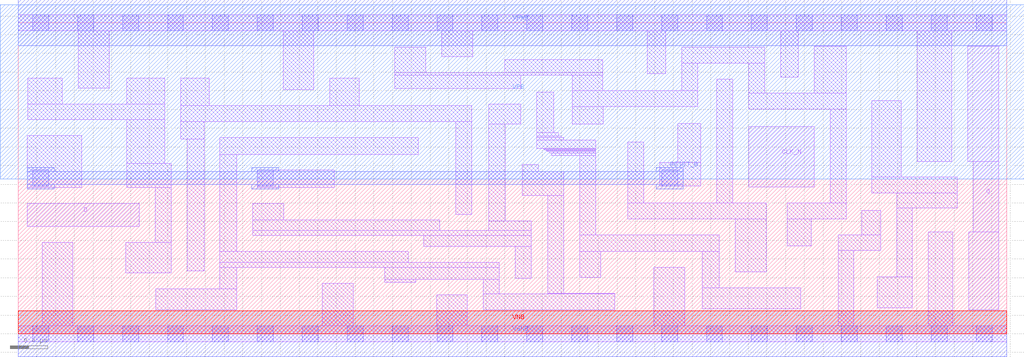
<source format=lef>
# Copyright 2020 The SkyWater PDK Authors
#
# Licensed under the Apache License, Version 2.0 (the "License");
# you may not use this file except in compliance with the License.
# You may obtain a copy of the License at
#
#     https://www.apache.org/licenses/LICENSE-2.0
#
# Unless required by applicable law or agreed to in writing, software
# distributed under the License is distributed on an "AS IS" BASIS,
# WITHOUT WARRANTIES OR CONDITIONS OF ANY KIND, either express or implied.
# See the License for the specific language governing permissions and
# limitations under the License.
#
# SPDX-License-Identifier: Apache-2.0

VERSION 5.7 ;
  NOWIREEXTENSIONATPIN ON ;
  DIVIDERCHAR "/" ;
  BUSBITCHARS "[]" ;
MACRO sky130_fd_sc_lp__dfrtn_1
  CLASS CORE ;
  FOREIGN sky130_fd_sc_lp__dfrtn_1 ;
  ORIGIN  0.000000  0.000000 ;
  SIZE  10.56000 BY  3.330000 ;
  SYMMETRY R90 ;
  SITE unit ;
  PIN D
    ANTENNAGATEAREA  0.126000 ;
    DIRECTION INPUT ;
    USE SIGNAL ;
    PORT
      LAYER li1 ;
        RECT 0.095000 1.150000 1.295000 1.395000 ;
    END
  END D
  PIN Q
    ANTENNADIFFAREA  0.556500 ;
    DIRECTION OUTPUT ;
    USE SIGNAL ;
    PORT
      LAYER li1 ;
        RECT 10.145000 1.845000 10.475000 3.075000 ;
        RECT 10.155000 0.255000 10.475000 1.090000 ;
        RECT 10.205000 1.090000 10.475000 1.845000 ;
    END
  END Q
  PIN RESET_B
    ANTENNAGATEAREA  0.378000 ;
    DIRECTION INPUT ;
    USE SIGNAL ;
    PORT
      LAYER met1 ;
        RECT 0.095000 1.550000 0.385000 1.595000 ;
        RECT 0.095000 1.595000 7.105000 1.735000 ;
        RECT 0.095000 1.735000 0.385000 1.780000 ;
        RECT 2.495000 1.550000 2.785000 1.595000 ;
        RECT 2.495000 1.735000 2.785000 1.780000 ;
        RECT 6.815000 1.550000 7.105000 1.595000 ;
        RECT 6.815000 1.735000 7.105000 1.780000 ;
    END
  END RESET_B
  PIN CLK_N
    ANTENNAGATEAREA  0.159000 ;
    DIRECTION INPUT ;
    USE CLOCK ;
    PORT
      LAYER li1 ;
        RECT 7.805000 1.570000 8.505000 2.215000 ;
    END
  END CLK_N
  PIN VGND
    DIRECTION INOUT ;
    USE GROUND ;
    PORT
      LAYER met1 ;
        RECT 0.000000 -0.245000 10.560000 0.245000 ;
    END
  END VGND
  PIN VNB
    DIRECTION INOUT ;
    USE GROUND ;
    PORT
      LAYER pwell ;
        RECT 0.000000 0.000000 10.560000 0.245000 ;
    END
  END VNB
  PIN VPB
    DIRECTION INOUT ;
    USE POWER ;
    PORT
      LAYER nwell ;
        RECT -0.190000 1.655000 10.750000 3.520000 ;
    END
  END VPB
  PIN VPWR
    DIRECTION INOUT ;
    USE POWER ;
    PORT
      LAYER met1 ;
        RECT 0.000000 3.085000 10.560000 3.575000 ;
    END
  END VPWR
  OBS
    LAYER li1 ;
      RECT 0.000000 -0.085000 10.560000 0.085000 ;
      RECT 0.000000  3.245000 10.560000 3.415000 ;
      RECT 0.095000  1.565000  0.680000 2.120000 ;
      RECT 0.100000  2.290000  1.565000 2.460000 ;
      RECT 0.100000  2.460000  0.470000 2.735000 ;
      RECT 0.255000  0.085000  0.585000 0.980000 ;
      RECT 0.640000  2.630000  0.970000 3.245000 ;
      RECT 1.150000  0.650000  1.635000 0.980000 ;
      RECT 1.160000  1.565000  1.635000 1.820000 ;
      RECT 1.160000  1.820000  1.565000 2.290000 ;
      RECT 1.160000  2.460000  1.565000 2.735000 ;
      RECT 1.465000  0.980000  1.635000 1.565000 ;
      RECT 1.470000  0.255000  2.335000 0.480000 ;
      RECT 1.735000  2.085000  1.985000 2.270000 ;
      RECT 1.735000  2.270000  4.845000 2.440000 ;
      RECT 1.735000  2.440000  2.040000 2.735000 ;
      RECT 1.805000  0.675000  1.985000 2.085000 ;
      RECT 2.155000  0.480000  2.335000 0.710000 ;
      RECT 2.155000  0.710000  5.140000 0.765000 ;
      RECT 2.155000  0.765000  4.165000 0.880000 ;
      RECT 2.155000  0.880000  2.335000 1.920000 ;
      RECT 2.155000  1.920000  4.275000 2.100000 ;
      RECT 2.505000  1.050000  5.480000 1.105000 ;
      RECT 2.505000  1.105000  4.505000 1.220000 ;
      RECT 2.505000  1.220000  2.835000 1.395000 ;
      RECT 2.555000  1.565000  3.375000 1.750000 ;
      RECT 2.830000  2.610000  3.160000 3.245000 ;
      RECT 3.250000  0.085000  3.580000 0.540000 ;
      RECT 3.330000  2.440000  3.645000 2.735000 ;
      RECT 3.915000  0.550000  4.245000 0.585000 ;
      RECT 3.915000  0.585000  5.140000 0.710000 ;
      RECT 4.025000  2.625000  5.370000 2.765000 ;
      RECT 4.025000  2.765000  6.245000 2.795000 ;
      RECT 4.025000  2.795000  4.355000 3.065000 ;
      RECT 4.335000  0.935000  5.480000 1.050000 ;
      RECT 4.470000  0.085000  4.800000 0.415000 ;
      RECT 4.525000  2.965000  4.855000 3.245000 ;
      RECT 4.675000  1.275000  4.845000 2.270000 ;
      RECT 4.970000  0.255000  6.375000 0.425000 ;
      RECT 4.970000  0.425000  5.140000 0.585000 ;
      RECT 5.025000  1.105000  5.480000 1.205000 ;
      RECT 5.025000  1.205000  5.205000 2.245000 ;
      RECT 5.025000  2.245000  5.370000 2.455000 ;
      RECT 5.200000  2.795000  6.245000 2.935000 ;
      RECT 5.310000  0.595000  5.480000 0.935000 ;
      RECT 5.385000  1.480000  5.830000 1.735000 ;
      RECT 5.385000  1.735000  5.555000 1.810000 ;
      RECT 5.540000  1.980000  6.170000 2.075000 ;
      RECT 5.540000  2.075000  5.830000 2.100000 ;
      RECT 5.540000  2.100000  5.800000 2.115000 ;
      RECT 5.540000  2.115000  5.770000 2.155000 ;
      RECT 5.540000  2.155000  5.720000 2.585000 ;
      RECT 5.610000  1.975000  6.170000 1.980000 ;
      RECT 5.625000  1.965000  6.170000 1.975000 ;
      RECT 5.640000  1.960000  6.170000 1.965000 ;
      RECT 5.655000  1.950000  6.170000 1.960000 ;
      RECT 5.660000  0.425000  6.375000 0.435000 ;
      RECT 5.660000  0.435000  5.830000 1.480000 ;
      RECT 5.680000  1.935000  6.170000 1.950000 ;
      RECT 5.700000  1.905000  6.170000 1.935000 ;
      RECT 5.920000  2.245000  6.250000 2.430000 ;
      RECT 5.920000  2.430000  7.260000 2.600000 ;
      RECT 5.920000  2.600000  6.245000 2.765000 ;
      RECT 6.000000  0.605000  6.225000 0.880000 ;
      RECT 6.000000  0.880000  7.490000 1.060000 ;
      RECT 6.000000  1.060000  6.170000 1.905000 ;
      RECT 6.515000  1.230000  7.990000 1.400000 ;
      RECT 6.515000  1.400000  6.685000 2.050000 ;
      RECT 6.720000  2.785000  6.920000 3.245000 ;
      RECT 6.790000  0.085000  7.120000 0.710000 ;
      RECT 6.855000  1.580000  7.295000 1.835000 ;
      RECT 7.045000  1.835000  7.295000 2.250000 ;
      RECT 7.090000  2.600000  7.260000 2.895000 ;
      RECT 7.090000  2.895000  7.975000 3.065000 ;
      RECT 7.310000  0.265000  8.360000 0.490000 ;
      RECT 7.310000  0.490000  7.490000 0.880000 ;
      RECT 7.465000  1.400000  7.635000 2.725000 ;
      RECT 7.660000  0.660000  7.990000 1.230000 ;
      RECT 7.805000  2.405000  8.845000 2.575000 ;
      RECT 7.805000  2.575000  7.975000 2.895000 ;
      RECT 8.145000  2.745000  8.335000 3.245000 ;
      RECT 8.215000  0.940000  8.475000 1.230000 ;
      RECT 8.215000  1.230000  8.845000 1.400000 ;
      RECT 8.505000  2.575000  8.845000 3.075000 ;
      RECT 8.675000  1.400000  8.845000 2.405000 ;
      RECT 8.760000  0.085000  8.930000 0.890000 ;
      RECT 8.760000  0.890000  9.215000 1.060000 ;
      RECT 9.015000  1.060000  9.215000 1.320000 ;
      RECT 9.120000  1.505000 10.035000 1.675000 ;
      RECT 9.120000  1.675000  9.435000 2.495000 ;
      RECT 9.180000  0.280000  9.555000 0.610000 ;
      RECT 9.385000  0.610000  9.555000 1.345000 ;
      RECT 9.385000  1.345000 10.035000 1.505000 ;
      RECT 9.605000  1.845000  9.975000 3.245000 ;
      RECT 9.725000  0.085000  9.985000 1.090000 ;
    LAYER mcon ;
      RECT  0.155000 -0.085000  0.325000 0.085000 ;
      RECT  0.155000  1.580000  0.325000 1.750000 ;
      RECT  0.155000  3.245000  0.325000 3.415000 ;
      RECT  0.635000 -0.085000  0.805000 0.085000 ;
      RECT  0.635000  3.245000  0.805000 3.415000 ;
      RECT  1.115000 -0.085000  1.285000 0.085000 ;
      RECT  1.115000  3.245000  1.285000 3.415000 ;
      RECT  1.595000 -0.085000  1.765000 0.085000 ;
      RECT  1.595000  3.245000  1.765000 3.415000 ;
      RECT  2.075000 -0.085000  2.245000 0.085000 ;
      RECT  2.075000  3.245000  2.245000 3.415000 ;
      RECT  2.555000 -0.085000  2.725000 0.085000 ;
      RECT  2.555000  1.580000  2.725000 1.750000 ;
      RECT  2.555000  3.245000  2.725000 3.415000 ;
      RECT  3.035000 -0.085000  3.205000 0.085000 ;
      RECT  3.035000  3.245000  3.205000 3.415000 ;
      RECT  3.515000 -0.085000  3.685000 0.085000 ;
      RECT  3.515000  3.245000  3.685000 3.415000 ;
      RECT  3.995000 -0.085000  4.165000 0.085000 ;
      RECT  3.995000  3.245000  4.165000 3.415000 ;
      RECT  4.475000 -0.085000  4.645000 0.085000 ;
      RECT  4.475000  3.245000  4.645000 3.415000 ;
      RECT  4.955000 -0.085000  5.125000 0.085000 ;
      RECT  4.955000  3.245000  5.125000 3.415000 ;
      RECT  5.435000 -0.085000  5.605000 0.085000 ;
      RECT  5.435000  3.245000  5.605000 3.415000 ;
      RECT  5.915000 -0.085000  6.085000 0.085000 ;
      RECT  5.915000  3.245000  6.085000 3.415000 ;
      RECT  6.395000 -0.085000  6.565000 0.085000 ;
      RECT  6.395000  3.245000  6.565000 3.415000 ;
      RECT  6.875000 -0.085000  7.045000 0.085000 ;
      RECT  6.875000  1.580000  7.045000 1.750000 ;
      RECT  6.875000  3.245000  7.045000 3.415000 ;
      RECT  7.355000 -0.085000  7.525000 0.085000 ;
      RECT  7.355000  3.245000  7.525000 3.415000 ;
      RECT  7.835000 -0.085000  8.005000 0.085000 ;
      RECT  7.835000  3.245000  8.005000 3.415000 ;
      RECT  8.315000 -0.085000  8.485000 0.085000 ;
      RECT  8.315000  3.245000  8.485000 3.415000 ;
      RECT  8.795000 -0.085000  8.965000 0.085000 ;
      RECT  8.795000  3.245000  8.965000 3.415000 ;
      RECT  9.275000 -0.085000  9.445000 0.085000 ;
      RECT  9.275000  3.245000  9.445000 3.415000 ;
      RECT  9.755000 -0.085000  9.925000 0.085000 ;
      RECT  9.755000  3.245000  9.925000 3.415000 ;
      RECT 10.235000 -0.085000 10.405000 0.085000 ;
      RECT 10.235000  3.245000 10.405000 3.415000 ;
  END
END sky130_fd_sc_lp__dfrtn_1
END LIBRARY

</source>
